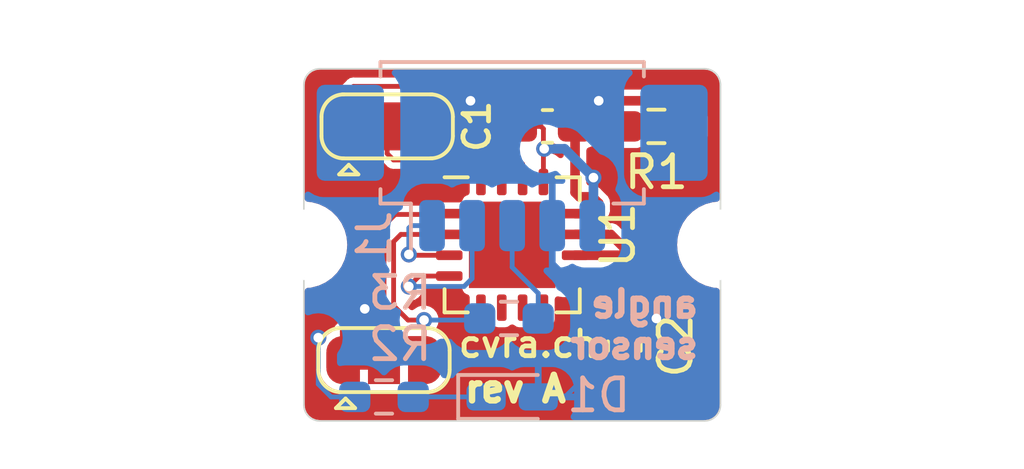
<source format=kicad_pcb>
(kicad_pcb (version 20221018) (generator pcbnew)
  (layers (0 "F.Cu" signal) (31 "B.Cu" signal) (34 "B.Paste" user) (35 "F.Paste" user) (36 "B.SilkS" user "B.Silkscreen") (37 "F.SilkS" user "F.Silkscreen") (38 "B.Mask" user) (39 "F.Mask" user) (44 "Edge.Cuts" user))
  (net 0 "")
  (net 1 "Net-(C1-Pad1)")
  (net 2 "GND")
  (net 3 "+3V3")
  (net 4 "Net-(D1-Pad1)")
  (net 5 "/SCK")
  (net 6 "/SS")
  (net 7 "/MISO")
  (net 8 "Net-(U1-Pad5)")
  (net 9 "Net-(U1-Pad6)")
  (net 10 "Net-(U1-Pad7)")
  (net 11 "Net-(U1-Pad8)")
  (net 12 "Net-(U1-Pad15)")
  (net 13 "Net-(U1-Pad16)")
  (net 14 "Net-(U1-Pad17)")
  (net 15 "Net-(J1-Pad3)")
  (net 16 "Net-(JP1-Pad2)")
  (net 17 "Net-(JP2-Pad2)")
  (footprint "Capacitor_SMD:C_0603_1608Metric_Pad1.08x0.95mm_HandSolder" (layer "F.Cu") (at 37.6 31.8 180)
    (fp_text reference "C1" (at 2.2 0 90) (layer "F.SilkS") (effects (font (size 0.8 0.8))))
    (fp_text value "4u7")
    (fp_line (start -0.146267 -0.51) (end 0.146267 -0.51) (stroke (width 0.12)) (layer "F.SilkS"))
    (fp_line (start -0.146267 0.51) (end 0.146267 0.51) (stroke (width 0.12)) (layer "F.SilkS"))
    (pad "1" smd roundrect (at -0.8625 0 180) (size 1.075 0.95) (layers "F.Cu" "F.Paste" "F.Mask") (net 1 "Net-(C1-Pad1)"))
    (pad "2" smd roundrect (at 0.8625 0 180) (size 1.075 0.95) (layers "F.Cu" "F.Paste" "F.Mask") (net 2 "GND"))
  )
  (footprint "Resistor_SMD:R_0603_1608Metric_Pad0.98x0.95mm_HandSolder" (layer "F.Cu") (at 41 31.8 180)
    (fp_text reference "R1" (at 0 -1.43) (layer "F.SilkS"))
    (fp_text value "15")
    (fp_line (start -0.254724 -0.5225) (end 0.254724 -0.5225) (stroke (width 0.12)) (layer "F.SilkS"))
    (fp_line (start -0.254724 0.5225) (end 0.254724 0.5225) (stroke (width 0.12)) (layer "F.SilkS"))
    (pad "1" smd roundrect (at -0.9125 0 180) (size 0.975 0.95) (layers "F.Cu" "F.Paste" "F.Mask") (net 3 "+3V3"))
    (pad "2" smd roundrect (at 0.9125 0 180) (size 0.975 0.95) (layers "F.Cu" "F.Paste" "F.Mask") (net 1 "Net-(C1-Pad1)"))
  )
  (footprint "Package_DFN_QFN:QFN-16-1EP_4x4mm_P0.65mm_EP2.7x2.7mm" (layer "F.Cu") (at 36.5 35.5)
    (fp_text reference "U1" (at 3.3 -0.3 270) (layer "F.SilkS"))
    (fp_text value "AS5055A")
    (fp_line (start -2.11 2.11) (end -2.11 1.385) (stroke (width 0.12)) (layer "F.SilkS"))
    (fp_line (start -1.385 -2.11) (end -2.11 -2.11) (stroke (width 0.12)) (layer "F.SilkS"))
    (fp_line (start -1.385 2.11) (end -2.11 2.11) (stroke (width 0.12)) (layer "F.SilkS"))
    (fp_line (start 1.385 -2.11) (end 2.11 -2.11) (stroke (width 0.12)) (layer "F.SilkS"))
    (fp_line (start 1.385 2.11) (end 2.11 2.11) (stroke (width 0.12)) (layer "F.SilkS"))
    (fp_line (start 2.11 -2.11) (end 2.11 -1.385) (stroke (width 0.12)) (layer "F.SilkS"))
    (fp_line (start 2.11 2.11) (end 2.11 1.385) (stroke (width 0.12)) (layer "F.SilkS"))
    (pad "1" smd roundrect locked (at -1.9625 -0.975) (size 0.825 0.3) (layers "F.Cu" "F.Paste" "F.Mask") (net 17 "Net-(JP2-Pad2)"))
    (pad "2" smd roundrect locked (at -1.9625 -0.325) (size 0.825 0.3) (layers "F.Cu" "F.Paste" "F.Mask") (net 7 "/MISO"))
    (pad "3" smd roundrect locked (at -1.9625 0.325) (size 0.825 0.3) (layers "F.Cu" "F.Paste" "F.Mask") (net 5 "/SCK"))
    (pad "4" smd roundrect locked (at -1.9625 0.975) (size 0.825 0.3) (layers "F.Cu" "F.Paste" "F.Mask") (net 6 "/SS"))
    (pad "5" smd roundrect locked (at -0.975 1.9625) (size 0.3 0.825) (layers "F.Cu" "F.Paste" "F.Mask") (net 8 "Net-(U1-Pad5)"))
    (pad "6" smd roundrect locked (at -0.325 1.9625) (size 0.3 0.825) (layers "F.Cu" "F.Paste" "F.Mask") (net 9 "Net-(U1-Pad6)"))
    (pad "7" smd roundrect locked (at 0.325 1.9625) (size 0.3 0.825) (layers "F.Cu" "F.Paste" "F.Mask") (net 10 "Net-(U1-Pad7)"))
    (pad "8" smd roundrect locked (at 0.975 1.9625) (size 0.3 0.825) (layers "F.Cu" "F.Paste" "F.Mask") (net 11 "Net-(U1-Pad8)"))
    (pad "9" smd roundrect locked (at 1.9625 0.975) (size 0.825 0.3) (layers "F.Cu" "F.Paste" "F.Mask") (net 2 "GND"))
    (pad "10" smd roundrect locked (at 1.9625 0.325) (size 0.825 0.3) (layers "F.Cu" "F.Paste" "F.Mask") (net 3 "+3V3"))
    (pad "11" smd roundrect locked (at 1.9625 -0.325) (size 0.825 0.3) (layers "F.Cu" "F.Paste" "F.Mask") (net 3 "+3V3"))
    (pad "12" smd roundrect locked (at 1.9625 -0.975) (size 0.825 0.3) (layers "F.Cu" "F.Paste" "F.Mask") (net 1 "Net-(C1-Pad1)"))
    (pad "13" smd roundrect locked (at 0.975 -1.9625) (size 0.3 0.825) (layers "F.Cu" "F.Paste" "F.Mask") (net 2 "GND"))
    (pad "14" smd roundrect locked (at 0.325 -1.9625) (size 0.3 0.825) (layers "F.Cu" "F.Paste" "F.Mask") (net 16 "Net-(JP1-Pad2)"))
    (pad "15" smd roundrect locked (at -0.325 -1.9625) (size 0.3 0.825) (layers "F.Cu" "F.Paste" "F.Mask") (net 12 "Net-(U1-Pad15)"))
    (pad "16" smd roundrect locked (at -0.975 -1.9625) (size 0.3 0.825) (layers "F.Cu" "F.Paste" "F.Mask") (net 13 "Net-(U1-Pad16)"))
    (pad "17" smd rect locked (at 0 0) (size 2.7 2.7) (layers "F.Cu" "F.Mask") (net 14 "Net-(U1-Pad17)"))
  )
  (footprint "MountingHole:MountingHole_2.2mm_M2" (layer "F.Cu") (at 30 35.5)
    (fp_text reference "REF**" hide)
    (fp_text value "MountingHole_2.2mm_M2")
    (pad "" np_thru_hole circle locked (at 0 0) (size 2.2 2.2) (drill 2.2) (layers "*.Cu" "*.Mask"))
  )
  (footprint "MountingHole:MountingHole_2.2mm_M2" (layer "F.Cu") (at 43 35.5)
    (fp_text reference "REF**" hide)
    (fp_text value "MountingHole_2.2mm_M2")
    (pad "" np_thru_hole circle locked (at 0 0) (size 2.2 2.2) (drill 2.2) (layers "*.Cu" "*.Mask"))
  )
  (footprint "Capacitor_SMD:C_0603_1608Metric_Pad1.08x0.95mm_HandSolder" (layer "F.Cu") (at 40 38.6625 90)
    (fp_text reference "C2" (at 0 1.6 90) (layer "F.SilkS"))
    (fp_text value "100n")
    (fp_line (start -0.146267 -0.51) (end 0.146267 -0.51) (stroke (width 0.12)) (layer "F.SilkS"))
    (fp_line (start -0.146267 0.51) (end 0.146267 0.51) (stroke (width 0.12)) (layer "F.SilkS"))
    (pad "1" smd roundrect (at -0.8625 0 90) (size 1.075 0.95) (layers "F.Cu" "F.Paste" "F.Mask") (net 2 "GND"))
    (pad "2" smd roundrect (at 0.8625 0 90) (size 1.075 0.95) (layers "F.Cu" "F.Paste" "F.Mask") (net 3 "+3V3"))
  )
  (footprint "Jumper:SolderJumper-3_P1.3mm_Bridged12_RoundedPad1.0x1.5mm" (layer "F.Cu") (at 32.6 31.8)
    (fp_text reference "JP1" hide)
    (fp_text value "SolderJumper_3_Bridged12")
    (fp_poly (pts (xy -0.9 -0.3) (xy -0.4 -0.3) (xy -0.4 0.3) (xy -0.9 0.3)) (fill solid) (layer "F.Cu"))
    (fp_line (start -2.05 0.3) (end -2.05 -0.3) (stroke (width 0.12)) (layer "F.SilkS"))
    (fp_line (start -1.5 1.5) (end -0.9 1.5) (stroke (width 0.12)) (layer "F.SilkS"))
    (fp_line (start -1.4 -1) (end 1.4 -1) (stroke (width 0.12)) (layer "F.SilkS"))
    (fp_line (start -1.2 1.2) (end -1.5 1.5) (stroke (width 0.12)) (layer "F.SilkS"))
    (fp_line (start -1.2 1.2) (end -0.9 1.5) (stroke (width 0.12)) (layer "F.SilkS"))
    (fp_line (start 1.4 1) (end -1.4 1) (stroke (width 0.12)) (layer "F.SilkS"))
    (fp_line (start 2.05 -0.3) (end 2.05 0.3) (stroke (width 0.12)) (layer "F.SilkS"))
    (fp_arc (start -2.05 -0.3) (mid -1.844975 -0.794975) (end -1.35 -1) (stroke (width 0.12)) (layer "F.SilkS"))
    (fp_arc (start -1.35 1) (mid -1.844975 0.794975) (end -2.05 0.3) (stroke (width 0.12)) (layer "F.SilkS"))
    (fp_arc (start 1.35 -1) (mid 1.844975 -0.794975) (end 2.05 -0.3) (stroke (width 0.12)) (layer "F.SilkS"))
    (fp_arc (start 2.05 0.3) (mid 1.844975 0.794975) (end 1.35 1) (stroke (width 0.12)) (layer "F.SilkS"))
    (pad "1" smd custom (at -1.3 0) (size 1 0.5) (layers "F.Cu" "F.Mask") (net 3 "+3V3") (options (clearance outline) (anchor rect)) (primitives (gr_circle (center 0 0.25) (end 0.5 0.25) (width 0) (fill yes)) (gr_circle (center 0 -0.25) (end 0.5 -0.25) (width 0) (fill yes)) (gr_poly (pts (xy 0.55 -0.75) (xy 0 -0.75) (xy 0 0.75) (xy 0.55 0.75)) (width 0) (fill yes))))
    (pad "2" smd rect (at 0 0) (size 1 1.5) (layers "F.Cu" "F.Mask") (net 16 "Net-(JP1-Pad2)"))
    (pad "3" smd custom (at 1.3 0) (size 1 0.5) (layers "F.Cu" "F.Mask") (net 2 "GND") (options (clearance outline) (anchor rect)) (primitives (gr_circle (center 0 0.25) (end 0.5 0.25) (width 0) (fill yes)) (gr_circle (center 0 -0.25) (end 0.5 -0.25) (width 0) (fill yes)) (gr_poly (pts (xy -0.55 -0.75) (xy 0 -0.75) (xy 0 0.75) (xy -0.55 0.75)) (width 0) (fill yes))))
  )
  (footprint "Jumper:SolderJumper-3_P1.3mm_Bridged12_RoundedPad1.0x1.5mm" (layer "F.Cu") (at 32.5 39.1)
    (fp_text reference "JP2" hide)
    (fp_text value "SolderJumper_3_Bridged12")
    (fp_poly (pts (xy -0.9 -0.3) (xy -0.4 -0.3) (xy -0.4 0.3) (xy -0.9 0.3)) (fill solid) (layer "F.Cu"))
    (fp_line (start -2.05 0.3) (end -2.05 -0.3) (stroke (width 0.12)) (layer "F.SilkS"))
    (fp_line (start -1.5 1.5) (end -0.9 1.5) (stroke (width 0.12)) (layer "F.SilkS"))
    (fp_line (start -1.4 -1) (end 1.4 -1) (stroke (width 0.12)) (layer "F.SilkS"))
    (fp_line (start -1.2 1.2) (end -1.5 1.5) (stroke (width 0.12)) (layer "F.SilkS"))
    (fp_line (start -1.2 1.2) (end -0.9 1.5) (stroke (width 0.12)) (layer "F.SilkS"))
    (fp_line (start 1.4 1) (end -1.4 1) (stroke (width 0.12)) (layer "F.SilkS"))
    (fp_line (start 2.05 -0.3) (end 2.05 0.3) (stroke (width 0.12)) (layer "F.SilkS"))
    (fp_arc (start -2.05 -0.3) (mid -1.844975 -0.794975) (end -1.35 -1) (stroke (width 0.12)) (layer "F.SilkS"))
    (fp_arc (start -1.35 1) (mid -1.844975 0.794975) (end -2.05 0.3) (stroke (width 0.12)) (layer "F.SilkS"))
    (fp_arc (start 1.35 -1) (mid 1.844975 -0.794975) (end 2.05 -0.3) (stroke (width 0.12)) (layer "F.SilkS"))
    (fp_arc (start 2.05 0.3) (mid 1.844975 0.794975) (end 1.35 1) (stroke (width 0.12)) (layer "F.SilkS"))
    (pad "1" smd custom (at -1.3 0) (size 1 0.5) (layers "F.Cu" "F.Mask") (net 3 "+3V3") (options (clearance outline) (anchor rect)) (primitives (gr_circle (center 0 0.25) (end 0.5 0.25) (width 0) (fill yes)) (gr_circle (center 0 -0.25) (end 0.5 -0.25) (width 0) (fill yes)) (gr_poly (pts (xy 0.55 -0.75) (xy 0 -0.75) (xy 0 0.75) (xy 0.55 0.75)) (width 0) (fill yes))))
    (pad "2" smd rect (at 0 0) (size 1 1.5) (layers "F.Cu" "F.Mask") (net 17 "Net-(JP2-Pad2)"))
    (pad "3" smd custom (at 1.3 0) (size 1 0.5) (layers "F.Cu" "F.Mask") (net 7 "/MISO") (options (clearance outline) (anchor rect)) (primitives (gr_circle (center 0 0.25) (end 0.5 0.25) (width 0) (fill yes)) (gr_circle (center 0 -0.25) (end 0.5 -0.25) (width 0) (fill yes)) (gr_poly (pts (xy -0.55 -0.75) (xy 0 -0.75) (xy 0 0.75) (xy -0.55 0.75)) (width 0) (fill yes))))
  )
  (footprint "LED_SMD:LED_0603_1608Metric_Castellated" (layer "B.Cu") (at 36.5 40.25)
    (fp_text reference "D1" (at 2.7 -0.05) (layer "B.SilkS") (effects (justify mirror)))
    (fp_text value "LTST-C191KGKT")
    (fp_line (start -1.685 -0.685) (end 0.8 -0.685) (stroke (width 0.12)) (layer "B.SilkS"))
    (fp_line (start -1.685 0.685) (end -1.685 -0.685) (stroke (width 0.12)) (layer "B.SilkS"))
    (fp_line (start 0.8 0.685) (end -1.685 0.685) (stroke (width 0.12)) (layer "B.SilkS"))
    (pad "1" smd roundrect (at -0.8125 0) (size 1.225 0.85) (layers "B.Cu" "B.Paste" "B.Mask") (net 4 "Net-(D1-Pad1)"))
    (pad "2" smd roundrect (at 0.8125 0) (size 1.225 0.85) (layers "B.Cu" "B.Paste" "B.Mask") (net 3 "+3V3"))
  )
  (footprint "Connector_Molex:Molex_PicoBlade_53261-0571_1x05-1MP_P1.25mm_Horizontal" (layer "B.Cu") (at 36.5 32.5)
    (fp_text reference "J1" (at -4.3 2.8 270) (layer "B.SilkS") (effects (justify mirror)))
    (fp_text value "Picoblade 5 pin")
    (fp_line (start -4.11 -2.71) (end 4.11 -2.71) (stroke (width 0.12)) (layer "B.SilkS"))
    (fp_line (start -4.11 -2.26) (end -4.11 -2.71) (stroke (width 0.12)) (layer "B.SilkS"))
    (fp_line (start -4.11 1.26) (end -4.11 1.71) (stroke (width 0.12)) (layer "B.SilkS"))
    (fp_line (start -4.11 1.71) (end -3.16 1.71) (stroke (width 0.12)) (layer "B.SilkS"))
    (fp_line (start -3.16 1.71) (end -3.16 3.2) (stroke (width 0.12)) (layer "B.SilkS"))
    (fp_line (start 4.11 -2.71) (end 4.11 -2.26) (stroke (width 0.12)) (layer "B.SilkS"))
    (fp_line (start 4.11 1.26) (end 4.11 1.71) (stroke (width 0.12)) (layer "B.SilkS"))
    (fp_line (start 4.11 1.71) (end 3.16 1.71) (stroke (width 0.12)) (layer "B.SilkS"))
    (pad "1" smd roundrect (at -2.5 2.4) (size 0.8 1.6) (layers "B.Cu" "B.Paste" "B.Mask") (net 5 "/SCK"))
    (pad "2" smd roundrect (at -1.25 2.4) (size 0.8 1.6) (layers "B.Cu" "B.Paste" "B.Mask") (net 6 "/SS"))
    (pad "3" smd roundrect (at 0 2.4) (size 0.8 1.6) (layers "B.Cu" "B.Paste" "B.Mask") (net 15 "Net-(J1-Pad3)"))
    (pad "4" smd roundrect (at 1.25 2.4) (size 0.8 1.6) (layers "B.Cu" "B.Paste" "B.Mask") (net 3 "+3V3"))
    (pad "5" smd roundrect (at 2.5 2.4) (size 0.8 1.6) (layers "B.Cu" "B.Paste" "B.Mask") (net 2 "GND"))
    (pad "MP" smd roundrect (at -5.05 -0.5) (size 2.1 3) (layers "B.Cu" "B.Paste" "B.Mask") (roundrect_rratio 0.119048))
    (pad "MP" smd roundrect (at 5.05 -0.5) (size 2.1 3) (layers "B.Cu" "B.Paste" "B.Mask") (roundrect_rratio 0.119048))
  )
  (footprint "Resistor_SMD:R_0603_1608Metric_Pad0.98x0.95mm_HandSolder" (layer "B.Cu") (at 32.5 40.25 180)
    (fp_text reference "R2" (at -0.5 1.65) (layer "B.SilkS") (effects (justify mirror)))
    (fp_text value "270")
    (fp_line (start -0.254724 -0.5225) (end 0.254724 -0.5225) (stroke (width 0.12)) (layer "B.SilkS"))
    (fp_line (start -0.254724 0.5225) (end 0.254724 0.5225) (stroke (width 0.12)) (layer "B.SilkS"))
    (pad "1" smd roundrect (at -0.9125 0 180) (size 0.975 0.95) (layers "B.Cu" "B.Paste" "B.Mask") (net 4 "Net-(D1-Pad1)"))
    (pad "2" smd roundrect (at 0.9125 0 180) (size 0.975 0.95) (layers "B.Cu" "B.Paste" "B.Mask") (net 2 "GND"))
  )
  (footprint "Resistor_SMD:R_0603_1608Metric_Pad0.98x0.95mm_HandSolder" (layer "B.Cu") (at 36.4 37.8)
    (fp_text reference "R3" (at -3.4 -0.8) (layer "B.SilkS") (effects (justify mirror)))
    (fp_text value "33")
    (fp_line (start -0.254724 -0.5225) (end 0.254724 -0.5225) (stroke (width 0.12)) (layer "B.SilkS"))
    (fp_line (start -0.254724 0.5225) (end 0.254724 0.5225) (stroke (width 0.12)) (layer "B.SilkS"))
    (pad "1" smd roundrect (at -0.9125 0) (size 0.975 0.95) (layers "B.Cu" "B.Paste" "B.Mask") (net 7 "/MISO"))
    (pad "2" smd roundrect (at 0.9125 0) (size 0.975 0.95) (layers "B.Cu" "B.Paste" "B.Mask") (net 15 "Net-(J1-Pad3)"))
  )
  (gr_line (start 30 40.5) (end 30 30.5) (stroke (width 0.05)) (layer "Edge.Cuts"))
  (gr_arc (start 30 30.5) (mid 30.146447 30.146447) (end 30.5 30) (stroke (width 0.05)) (layer "Edge.Cuts"))
  (gr_line (start 30.5 30) (end 42.5 30) (stroke (width 0.05)) (layer "Edge.Cuts"))
  (gr_arc (start 30.5 41) (mid 30.146447 40.853553) (end 30 40.5) (stroke (width 0.05)) (layer "Edge.Cuts"))
  (gr_line (start 43 30.5) (end 43 40.5) (stroke (width 0.05)) (layer "Edge.Cuts"))
  (gr_arc (start 43 40.5) (mid 42.853553 40.853553) (end 42.5 41) (stroke (width 0.05)) (layer "Edge.Cuts"))
  (gr_arc (start 42.5 30) (mid 42.853553 30.146447) (end 43 30.5) (stroke (width 0.05)) (layer "Edge.Cuts"))
  (gr_line (start 42.5 41) (end 30.5 41) (stroke (width 0.05)) (layer "Edge.Cuts"))
  (gr_text "angle\nsensor" (at 42.4 38) (layer "B.SilkS") (effects (font (size 0.8 0.8) (thickness 0.2)) (justify left mirror)))
  (gr_text "cvra.ch" (at 37 38.6) (layer "F.SilkS") (effects (font (size 0.8 0.8))))
  (gr_text "rev A" (at 36.6 40) (layer "F.SilkS") (effects (font (size 0.8 0.8) (thickness 0.2))))
  (segment (start 39 34) (end 38.6 34) (width 0.3) (layer "F.Cu") (net 1))
  (segment (start 38.4625 31.8) (end 38.4625 33.3375) (width 0.3) (layer "F.Cu") (net 1))
  (segment (start 39.2 34.4) (end 39.075 34.525) (width 0.3) (layer "F.Cu") (net 1))
  (segment (start 39.2 34.2) (end 39.2 34.4) (width 0.3) (layer "F.Cu") (net 1))
  (segment (start 39.075 34.525) (end 38.4625 34.525) (width 0.3) (layer "F.Cu") (net 1))
  (segment (start 38.6 34) (end 38.4625 33.8625) (width 0.3) (layer "F.Cu") (net 1))
  (segment (start 38.4625 33.8625) (end 38.4625 33.3375) (width 0.3) (layer "F.Cu") (net 1))
  (segment (start 40.0875 31.8) (end 38.4625 31.8) (width 0.3) (layer "F.Cu") (net 1))
  (segment (start 39 34) (end 39.2 34.2) (width 0.3) (layer "F.Cu") (net 1))
  (segment (start 36.7375 31.8) (end 37.4 31.8) (width 0.15) (layer "F.Cu") (net 2))
  (segment (start 37.475 31.875) (end 37.475 33.5375) (width 0.15) (layer "F.Cu") (net 2))
  (segment (start 33.9 31.8) (end 36.7375 31.8) (width 0.15) (layer "F.Cu") (net 2))
  (segment (start 37.4 31.8) (end 37.475 31.875) (width 0.15) (layer "F.Cu") (net 2))
  (segment (start 36.825 31.8875) (end 36.7375 31.8) (width 0.15) (layer "F.Cu") (net 2))
  (via (at 30.45 38.4) (size 0.5) (drill 0.3) (layers "F.Cu" "B.Cu") (net 2))
  (via (at 39.035876 33.4) (size 0.5) (drill 0.3) (layers "F.Cu" "B.Cu") (net 2))
  (via (at 37.5 32.5) (size 0.5) (drill 0.3) (layers "F.Cu" "B.Cu") (net 2))
  (segment (start 38.135876 32.5) (end 37.5 32.5) (width 0.3) (layer "B.Cu") (net 2))
  (segment (start 39.035876 34.864124) (end 39 34.9) (width 0.3) (layer "B.Cu") (net 2))
  (segment (start 30.45 39.85) (end 30.45 38.4) (width 0.15) (layer "B.Cu") (net 2))
  (segment (start 39.035876 33.4) (end 38.285876 32.65) (width 0.3) (layer "B.Cu") (net 2))
  (segment (start 38.285876 32.65) (end 38.135876 32.5) (width 0.3) (layer "B.Cu") (net 2))
  (segment (start 31.5875 40.25) (end 30.85 40.25) (width 0.15) (layer "B.Cu") (net 2))
  (segment (start 39.035876 33.4) (end 39.035876 34.864124) (width 0.3) (layer "B.Cu") (net 2))
  (segment (start 30.85 40.25) (end 30.45 39.85) (width 0.15) (layer "B.Cu") (net 2))
  (segment (start 40 35.8) (end 40 35.6) (width 0.3) (layer "F.Cu") (net 3))
  (segment (start 41.9125 31.8) (end 41.1125 31) (width 0.3) (layer "F.Cu") (net 3))
  (segment (start 40 37.8) (end 41 37.8) (width 0.3) (layer "F.Cu") (net 3))
  (segment (start 40 35.6) (end 39.575 35.175) (width 0.3) (layer "F.Cu") (net 3))
  (segment (start 31.3 30.8) (end 31.55 30.55) (width 0.15) (layer "F.Cu") (net 3))
  (segment (start 31.3 31.8) (end 31.3 30.8) (width 0.15) (layer "F.Cu") (net 3))
  (segment (start 31.55 30.55) (end 34.75 30.55) (width 0.15) (layer "F.Cu") (net 3))
  (segment (start 38.4625 35.825) (end 39.975 35.825) (width 0.3) (layer "F.Cu") (net 3))
  (segment (start 34.75 30.55) (end 35.2 31) (width 0.15) (layer "F.Cu") (net 3))
  (segment (start 39.575 35.175) (end 38.4625 35.175) (width 0.3) (layer "F.Cu") (net 3))
  (segment (start 40 37.8) (end 40 35.8) (width 0.3) (layer "F.Cu") (net 3))
  (segment (start 41.1125 31) (end 39.2 31) (width 0.3) (layer "F.Cu") (net 3))
  (segment (start 31.2 39.6) (end 31.2 38.2) (width 0.15) (layer "F.Cu") (net 3))
  (segment (start 31.2 38.2) (end 31.9 37.5) (width 0.15) (layer "F.Cu") (net 3))
  (segment (start 39.975 35.825) (end 40 35.8) (width 0.3) (layer "F.Cu") (net 3))
  (via (at 39.2 31) (size 0.5) (drill 0.3) (layers "F.Cu" "B.Cu") (net 3))
  (via (at 31.9 37.5) (size 0.5) (drill 0.3) (layers "F.Cu" "B.Cu") (net 3))
  (via (at 41 37.8) (size 0.5) (drill 0.3) (layers "F.Cu" "B.Cu") (net 3))
  (via (at 35.2 31) (size 0.5) (drill 0.3) (layers "F.Cu" "B.Cu") (net 3))
  (segment (start 37.3125 40.25) (end 38.15 40.25) (width 0.15) (layer "B.Cu") (net 3))
  (segment (start 37.75 36.05) (end 37.75 34.9) (width 0.15) (layer "B.Cu") (net 3))
  (segment (start 38.15 40.25) (end 38.6 39.8) (width 0.15) (layer "B.Cu") (net 3))
  (segment (start 38.6 36.9) (end 37.75 36.05) (width 0.15) (layer "B.Cu") (net 3))
  (segment (start 38.6 39.8) (end 38.6 36.9) (width 0.15) (layer "B.Cu") (net 3))
  (segment (start 35.6875 40.25) (end 33.4125 40.25) (width 0.15) (layer "B.Cu") (net 4))
  (segment (start 33.300021 35.825) (end 33.275021 35.8) (width 0.15) (layer "F.Cu") (net 5))
  (segment (start 34.5375 35.825) (end 33.300021 35.825) (width 0.15) (layer "F.Cu") (net 5))
  (via (at 33.275021 35.8) (size 0.5) (drill 0.3) (layers "F.Cu" "B.Cu") (net 5))
  (segment (start 33.275021 35.624979) (end 33.275021 35.8) (width 0.15) (layer "B.Cu") (net 5))
  (segment (start 33.35 34.9) (end 33.275021 34.974979) (width 0.15) (layer "B.Cu") (net 5))
  (segment (start 33.275021 34.974979) (end 33.275021 35.8) (width 0.15) (layer "B.Cu") (net 5))
  (segment (start 34 34.9) (end 33.35 34.9) (width 0.15) (layer "B.Cu") (net 5))
  (segment (start 34.5375 36.475) (end 33.600021 36.475) (width 0.15) (layer "F.Cu") (net 6))
  (segment (start 33.600021 36.475) (end 33.275021 36.8) (width 0.15) (layer "F.Cu") (net 6))
  (via (at 33.275021 36.8) (size 0.5) (drill 0.3) (layers "F.Cu" "B.Cu") (net 6))
  (segment (start 35.25 34.9) (end 35.25 36.55) (width 0.15) (layer "B.Cu") (net 6))
  (segment (start 35.25 36.55) (end 35 36.8) (width 0.15) (layer "B.Cu") (net 6))
  (segment (start 35 36.8) (end 33.275021 36.8) (width 0.15) (layer "B.Cu") (net 6))
  (segment (start 33.025 35.175) (end 34.5375 35.175) (width 0.15) (layer "F.Cu") (net 7))
  (segment (start 32.800011 35.399989) (end 33.025 35.175) (width 0.15) (layer "F.Cu") (net 7))
  (segment (start 33.75 39.55) (end 33.8 39.6) (width 0.15) (layer "F.Cu") (net 7))
  (segment (start 33.75 37.85) (end 33.75 39.55) (width 0.15) (layer "F.Cu") (net 7))
  (segment (start 32.800011 37.400011) (end 32.800011 35.399989) (width 0.15) (layer "F.Cu") (net 7))
  (segment (start 33.75 37.85) (end 33.25 37.85) (width 0.15) (layer "F.Cu") (net 7))
  (segment (start 33.25 37.85) (end 32.800011 37.400011) (width 0.15) (layer "F.Cu") (net 7))
  (via (at 33.75 37.85) (size 0.5) (drill 0.3) (layers "F.Cu" "B.Cu") (net 7))
  (segment (start 35.4375 37.85) (end 35.4875 37.8) (width 0.15) (layer "B.Cu") (net 7))
  (segment (start 33.75 37.85) (end 35.4375 37.85) (width 0.15) (layer "B.Cu") (net 7))
  (segment (start 36.5 36.2) (end 36.5 34.9) (width 0.15) (layer "B.Cu") (net 15))
  (segment (start 37.3125 37.8) (end 37.3125 37.0125) (width 0.15) (layer "B.Cu") (net 15))
  (segment (start 37.3125 37.0125) (end 36.5 36.2) (width 0.15) (layer "B.Cu") (net 15))
  (segment (start 36.7 32.85) (end 32.8 32.85) (width 0.15) (layer "F.Cu") (net 16))
  (segment (start 36.825 32.975) (end 36.7 32.85) (width 0.15) (layer "F.Cu") (net 16))
  (segment (start 32.6 32.65) (end 32.6 31.8) (width 0.15) (layer "F.Cu") (net 16))
  (segment (start 36.825 33.5375) (end 36.825 32.975) (width 0.15) (layer "F.Cu") (net 16))
  (segment (start 32.8 32.85) (end 32.6 32.65) (width 0.15) (layer "F.Cu") (net 16))
  (segment (start 32.85 34.55) (end 34.5125 34.55) (width 0.15) (layer "F.Cu") (net 17))
  (segment (start 32.5 34.9) (end 32.85 34.55) (width 0.15) (layer "F.Cu") (net 17))
  (segment (start 32.5 39.6) (end 32.5 34.9) (width 0.15) (layer "F.Cu") (net 17))
  (segment (start 34.5125 34.55) (end 34.5375 34.525) (width 0.15) (layer "F.Cu") (net 17))
  (zone (net 2) (net_name "GND") (layer "F.Cu") (connect_pads (clearance 0.2)) (min_thickness 0.2) (fill yes (thermal_gap 0.508) (thermal_bridge_width 0.21))
    (polygon (pts (xy 43 41) (xy 30 41) (xy 30 30) (xy 43 30)))
  )
  (zone (net 3) (net_name "+3V3") (layer "B.Cu") (connect_pads (clearance 0.508)) (min_thickness 0.2) (fill yes (thermal_gap 0.508) (thermal_bridge_width 0.21))
    (polygon (pts (xy 43 41) (xy 30 41) (xy 30 30) (xy 43 30)))
  )
)
</source>
